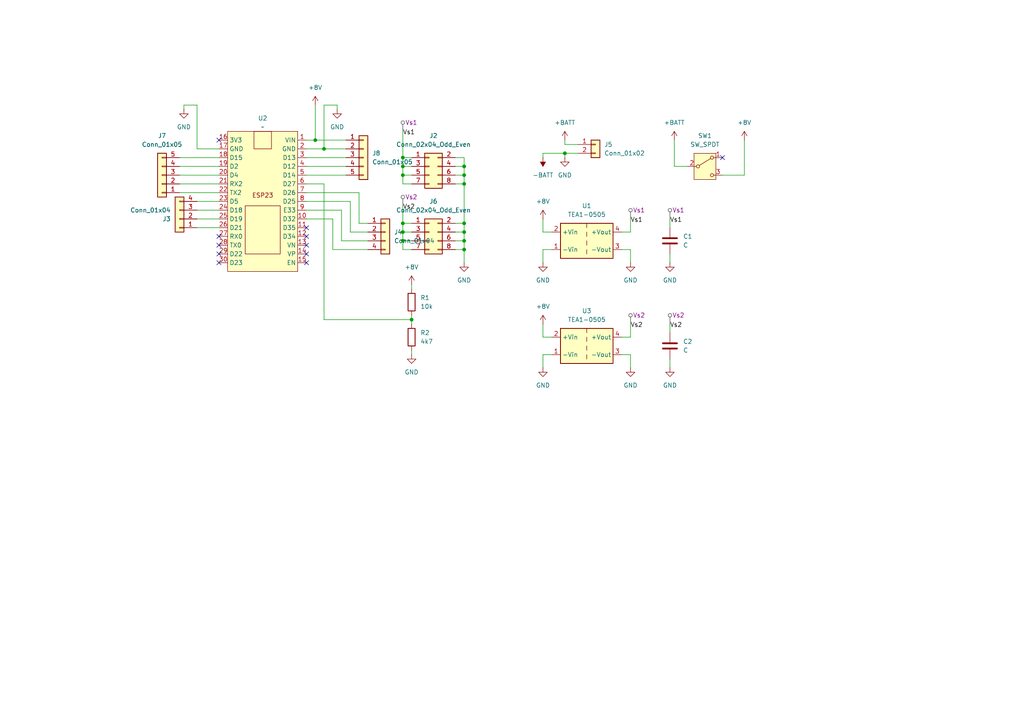
<source format=kicad_sch>
(kicad_sch (version 20250114) (generator "eeschema") (generator_version "9.0")
  (paper "A4")
  (lib_symbols
    (symbol "Connector_Generic:Conn_01x02" (pin_names (offset 1.016) (hide yes))
      (property "Reference" "J" (at 0 2.54 0))
      (property "Value" "Conn_01x02" (at 0 -5.08 0))
      (symbol "Conn_01x02_1_1"
        (rectangle (start -1.27 1.27) (end 1.27 -3.81) (stroke (width 0.254)) (fill (type background)))
        (rectangle (start -1.27 0.127) (end 0 -0.127) (stroke (width 0.1524)))
        (rectangle (start -1.27 -2.413) (end 0 -2.667) (stroke (width 0.1524)))
        (pin passive line (at -5.08 0 0) (length 3.81) (name "Pin_1") (number "1"))
        (pin passive line (at -5.08 -2.54 0) (length 3.81) (name "Pin_2") (number "2"))
      )
    )
    (symbol "Connector_Generic:Conn_01x04" (pin_names (offset 1.016) (hide yes))
      (property "Reference" "J" (at 0 5.08 0))
      (property "Value" "Conn_01x04" (at 0 -7.62 0))
      (symbol "Conn_01x04_1_1"
        (rectangle (start -1.27 3.81) (end 1.27 -6.35) (stroke (width 0.254)) (fill (type background)))
        (rectangle (start -1.27 2.667) (end 0 2.413) (stroke (width 0.1524)))
        (rectangle (start -1.27 0.127) (end 0 -0.127) (stroke (width 0.1524)))
        (rectangle (start -1.27 -2.413) (end 0 -2.667) (stroke (width 0.1524)))
        (rectangle (start -1.27 -4.953) (end 0 -5.207) (stroke (width 0.1524)))
        (pin passive line (at -5.08 2.54 0) (length 3.81) (name "Pin_1") (number "1"))
        (pin passive line (at -5.08 0 0) (length 3.81) (name "Pin_2") (number "2"))
        (pin passive line (at -5.08 -2.54 0) (length 3.81) (name "Pin_3") (number "3"))
        (pin passive line (at -5.08 -5.08 0) (length 3.81) (name "Pin_4") (number "4"))
      )
    )
    (symbol "Connector_Generic:Conn_01x05" (pin_names (offset 1.016) (hide yes))
      (property "Reference" "J" (at 0 7.62 0))
      (property "Value" "Conn_01x05" (at 0 -7.62 0))
      (symbol "Conn_01x05_1_1"
        (rectangle (start -1.27 6.35) (end 1.27 -6.35) (stroke (width 0.254)) (fill (type background)))
        (rectangle (start -1.27 5.207) (end 0 4.953) (stroke (width 0.1524)))
        (rectangle (start -1.27 2.667) (end 0 2.413) (stroke (width 0.1524)))
        (rectangle (start -1.27 0.127) (end 0 -0.127) (stroke (width 0.1524)))
        (rectangle (start -1.27 -2.413) (end 0 -2.667) (stroke (width 0.1524)))
        (rectangle (start -1.27 -4.953) (end 0 -5.207) (stroke (width 0.1524)))
        (pin passive line (at -5.08 5.08 0) (length 3.81) (name "Pin_1") (number "1"))
        (pin passive line (at -5.08 2.54 0) (length 3.81) (name "Pin_2") (number "2"))
        (pin passive line (at -5.08 0 0) (length 3.81) (name "Pin_3") (number "3"))
        (pin passive line (at -5.08 -2.54 0) (length 3.81) (name "Pin_4") (number "4"))
        (pin passive line (at -5.08 -5.08 0) (length 3.81) (name "Pin_5") (number "5"))
      )
    )
    (symbol "Connector_Generic:Conn_02x04_Odd_Even" (pin_names (offset 1.016) (hide yes))
      (property "Reference" "J" (at 1.27 5.08 0))
      (property "Value" "Conn_02x04_Odd_Even" (at 1.27 -7.62 0))
      (symbol "Conn_02x04_Odd_Even_1_1"
        (rectangle (start -1.27 3.81) (end 3.81 -6.35) (stroke (width 0.254)) (fill (type background)))
        (rectangle (start -1.27 2.667) (end 0 2.413) (stroke (width 0.1524)))
        (rectangle (start -1.27 0.127) (end 0 -0.127) (stroke (width 0.1524)))
        (rectangle (start -1.27 -2.413) (end 0 -2.667) (stroke (width 0.1524)))
        (rectangle (start -1.27 -4.953) (end 0 -5.207) (stroke (width 0.1524)))
        (rectangle (start 3.81 2.667) (end 2.54 2.413) (stroke (width 0.1524)))
        (rectangle (start 3.81 0.127) (end 2.54 -0.127) (stroke (width 0.1524)))
        (rectangle (start 3.81 -2.413) (end 2.54 -2.667) (stroke (width 0.1524)))
        (rectangle (start 3.81 -4.953) (end 2.54 -5.207) (stroke (width 0.1524)))
        (pin passive line (at -5.08 2.54 0) (length 3.81) (name "Pin_1") (number "1"))
        (pin passive line (at -5.08 0 0) (length 3.81) (name "Pin_3") (number "3"))
        (pin passive line (at -5.08 -2.54 0) (length 3.81) (name "Pin_5") (number "5"))
        (pin passive line (at -5.08 -5.08 0) (length 3.81) (name "Pin_7") (number "7"))
        (pin passive line (at 7.62 2.54 180) (length 3.81) (name "Pin_2") (number "2"))
        (pin passive line (at 7.62 0 180) (length 3.81) (name "Pin_4") (number "4"))
        (pin passive line (at 7.62 -2.54 180) (length 3.81) (name "Pin_6") (number "6"))
        (pin passive line (at 7.62 -5.08 180) (length 3.81) (name "Pin_8") (number "8"))
      )
    )
    (symbol "Converter_DCDC:TEA1-0505"
      (property "Reference" "U" (at -7.62 6.35 0))
      (property "Value" "TEA1-0505" (at -2.54 6.35 0))
      (symbol "TEA1-0505_0_0"
        (pin power_in line (at -10.16 2.54 0) (length 2.54) (name "+Vin") (number "2"))
        (pin power_in line (at -10.16 -2.54 0) (length 2.54) (name "-Vin") (number "1"))
        (pin power_out line (at 10.16 2.54 180) (length 2.54) (name "+Vout") (number "4"))
        (pin power_out line (at 10.16 -2.54 180) (length 2.54) (name "-Vout") (number "3"))
      )
      (symbol "TEA1-0505_0_1"
        (rectangle (start -7.62 5.08) (end 7.62 -5.08) (stroke (width 0.254)) (fill (type background)))
        (polyline (pts (xy 0 5.08) (xy 0 3.81)))
        (polyline (pts (xy 0 2.54) (xy 0 1.27)))
        (polyline (pts (xy 0 0) (xy 0 -1.27)))
        (polyline (pts (xy 0 -2.54) (xy 0 -3.81)))
      )
    )
    (symbol "Device:C" (pin_numbers (hide yes)) (pin_names (offset 0.254))
      (property "Reference" "C" (at 0.635 2.54 0))
      (property "Value" "C" (at 0.635 -2.54 0))
      (symbol "C_0_1"
        (polyline (pts (xy -2.032 0.762) (xy 2.032 0.762)) (stroke (width 0.508)))
        (polyline (pts (xy -2.032 -0.762) (xy 2.032 -0.762)) (stroke (width 0.508)))
      )
      (symbol "C_1_1"
        (pin passive line (at 0 3.81 270) (length 2.794) (name "~") (number "1"))
        (pin passive line (at 0 -3.81 90) (length 2.794) (name "~") (number "2"))
      )
    )
    (symbol "Device:R" (pin_numbers (hide yes)) (pin_names (offset 0))
      (property "Reference" "R" (at 2.032 0 90))
      (property "Value" "R" (at 0 0 90))
      (symbol "R_0_1"
        (rectangle (start -1.016 -2.54) (end 1.016 2.54) (stroke (width 0.254)))
      )
      (symbol "R_1_1"
        (pin passive line (at 0 3.81 270) (length 1.27) (name "~") (number "1"))
        (pin passive line (at 0 -3.81 90) (length 1.27) (name "~") (number "2"))
      )
    )
    (symbol "ESP32-30pin_1"
      (property "Reference" "U" (at 0 12.7 0))
      (symbol "ESP32-30pin_1_0_1"
        (rectangle (start -5.08 15.24) (end 5.08 1.27))
        (rectangle (start -2.54 -15.24) (end 2.54 -20.32))
      )
      (symbol "ESP32-30pin_1_1_1"
        (rectangle (start -10.16 20.32) (end 10.16 -20.32) (fill (type background)))
        (text "ESP23" (at 0 -1.778 0) (effects (font (size 1.27 1.27))))
        (pin bidirectional line (at -12.7 17.78 0) (length 2.54) (name "EN") (number "15"))
        (pin bidirectional line (at -12.7 15.24 0) (length 2.54) (name "VP") (number "14"))
        (pin bidirectional line (at -12.7 12.7 0) (length 2.54) (name "VN") (number "13"))
        (pin bidirectional line (at -12.7 10.16 0) (length 2.54) (name "D34") (number "12"))
        (pin bidirectional line (at -12.7 7.62 0) (length 2.54) (name "D35") (number "11"))
        (pin bidirectional line (at -12.7 5.08 0) (length 2.54) (name "D32") (number "10"))
        (pin bidirectional line (at -12.7 2.54 0) (length 2.54) (name "E33") (number "9"))
        (pin bidirectional line (at -12.7 0 0) (length 2.54) (name "D25") (number "8"))
        (pin bidirectional line (at -12.7 -2.54 0) (length 2.54) (name "D26") (number "7"))
        (pin bidirectional line (at -12.7 -5.08 0) (length 2.54) (name "D27") (number "6"))
        (pin bidirectional line (at -12.7 -7.62 0) (length 2.54) (name "D14") (number "5"))
        (pin bidirectional line (at -12.7 -10.16 0) (length 2.54) (name "D12") (number "4"))
        (pin bidirectional line (at -12.7 -12.7 0) (length 2.54) (name "D13") (number "3"))
        (pin bidirectional line (at -12.7 -15.24 0) (length 2.54) (name "GND") (number "2"))
        (pin bidirectional line (at -12.7 -17.78 0) (length 2.54) (name "VIN") (number "1"))
        (pin bidirectional line (at 12.7 17.78 180) (length 2.54) (name "D23") (number "30"))
        (pin bidirectional line (at 12.7 15.24 180) (length 2.54) (name "D22") (number "29"))
        (pin bidirectional line (at 12.7 12.7 180) (length 2.54) (name "TX0") (number "28"))
        (pin bidirectional line (at 12.7 10.16 180) (length 2.54) (name "RX0") (number "27"))
        (pin bidirectional line (at 12.7 7.62 180) (length 2.54) (name "D21") (number "26"))
        (pin bidirectional line (at 12.7 5.08 180) (length 2.54) (name "D19") (number "25"))
        (pin bidirectional line (at 12.7 2.54 180) (length 2.54) (name "D18") (number "24"))
        (pin bidirectional line (at 12.7 0 180) (length 2.54) (name "D5") (number "23"))
        (pin bidirectional line (at 12.7 -2.54 180) (length 2.54) (name "TX2") (number "22"))
        (pin bidirectional line (at 12.7 -5.08 180) (length 2.54) (name "RX2") (number "21"))
        (pin bidirectional line (at 12.7 -7.62 180) (length 2.54) (name "D4") (number "20"))
        (pin bidirectional line (at 12.7 -10.16 180) (length 2.54) (name "D2") (number "19"))
        (pin bidirectional line (at 12.7 -12.7 180) (length 2.54) (name "D15") (number "18"))
        (pin bidirectional line (at 12.7 -15.24 180) (length 2.54) (name "GND") (number "17"))
        (pin bidirectional line (at 12.7 -17.78 180) (length 2.54) (name "3V3") (number "16"))
      )
    )
    (symbol "Switch:SW_SPDT" (pin_names (offset 0) (hide yes))
      (property "Reference" "SW" (at 0 5.08 0))
      (property "Value" "SW_SPDT" (at 0 -5.08 0))
      (symbol "SW_SPDT_0_1"
        (circle (center -2.032 0) (radius 0.4572))
        (polyline (pts (xy -1.651 0.254) (xy 1.651 2.286)))
        (circle (center 2.032 2.54) (radius 0.4572))
        (circle (center 2.032 -2.54) (radius 0.4572))
      )
      (symbol "SW_SPDT_1_1"
        (rectangle (start -3.175 3.81) (end 3.175 -3.81) (fill (type background)))
        (pin passive line (at -5.08 0 0) (length 2.54) (name "B") (number "2"))
        (pin passive line (at 5.08 2.54 180) (length 2.54) (name "A") (number "1"))
        (pin passive line (at 5.08 -2.54 180) (length 2.54) (name "C") (number "3"))
      )
    )
    (symbol "power:+8V" (power) (pin_numbers (hide yes)) (pin_names (offset 0) (hide yes))
      (property "Value" "+8V" (at 0 3.556 0))
      (symbol "+8V_0_1"
        (polyline (pts (xy -0.762 1.27) (xy 0 2.54)))
        (polyline (pts (xy 0 2.54) (xy 0.762 1.27)))
        (polyline (pts (xy 0 0) (xy 0 2.54)))
      )
      (symbol "+8V_1_1"
        (pin power_in line (at 0 0 90) (length 0) (name "~") (number "1"))
      )
    )
    (symbol "power:+BATT" (power) (pin_numbers (hide yes)) (pin_names (offset 0) (hide yes))
      (property "Value" "+BATT" (at 0 3.556 0))
      (symbol "+BATT_0_1"
        (polyline (pts (xy -0.762 1.27) (xy 0 2.54)))
        (polyline (pts (xy 0 2.54) (xy 0.762 1.27)))
        (polyline (pts (xy 0 0) (xy 0 2.54)))
      )
      (symbol "+BATT_1_1"
        (pin power_in line (at 0 0 90) (length 0) (name "~") (number "1"))
      )
    )
    (symbol "power:-BATT" (power) (pin_numbers (hide yes)) (pin_names (offset 0) (hide yes))
      (property "Value" "-BATT" (at 0 3.556 0))
      (symbol "-BATT_0_1"
        (polyline (pts (xy 0 0) (xy 0 2.54)))
        (polyline (pts (xy 0.762 1.27) (xy -0.762 1.27) (xy 0 2.54) (xy 0.762 1.27)) (fill (type outline)))
      )
      (symbol "-BATT_1_1"
        (pin power_in line (at 0 0 90) (length 0) (name "~") (number "1"))
      )
    )
    (symbol "power:GND" (power) (pin_numbers (hide yes)) (pin_names (offset 0) (hide yes))
      (property "Value" "GND" (at 0 -3.81 0))
      (symbol "GND_0_1"
        (polyline (pts (xy 0 0) (xy 0 -1.27) (xy 1.27 -1.27) (xy 0 -2.54) (xy -1.27 -1.27) (xy 0 -1.27)))
      )
      (symbol "GND_1_1"
        (pin power_in line (at 0 0 270) (length 0) (name "~") (number "1"))
      )
    )
  )
  (junction (at 134.62 67.31))
  (junction (at 163.83 44.45))
  (junction (at 116.84 48.26))
  (junction (at 116.84 50.8))
  (junction (at 134.62 64.77))
  (junction (at 134.62 53.34))
  (junction (at 119.38 92.71))
  (junction (at 134.62 72.39))
  (junction (at 116.84 69.85))
  (junction (at 116.84 45.72))
  (junction (at 91.44 40.64))
  (junction (at 93.98 43.18))
  (junction (at 134.62 50.8))
  (junction (at 134.62 69.85))
  (junction (at 116.84 64.77))
  (junction (at 116.84 67.31))
  (junction (at 134.62 48.26))
  (no_connect (at 88.9 73.66))
  (no_connect (at 63.5 68.58))
  (no_connect (at 63.5 73.66))
  (no_connect (at 88.9 76.2))
  (no_connect (at 63.5 76.2))
  (no_connect (at 88.9 71.12))
  (no_connect (at 88.9 66.04))
  (no_connect (at 63.5 40.64))
  (no_connect (at 209.55 45.72))
  (no_connect (at 63.5 71.12))
  (no_connect (at 88.9 68.58))
  (wire (pts (xy 163.83 41.91) (xy 167.64 41.91)))
  (wire (pts (xy 160.02 67.31) (xy 157.48 67.31)))
  (wire (pts (xy 134.62 67.31) (xy 134.62 69.85)))
  (wire (pts (xy 132.08 48.26) (xy 134.62 48.26)))
  (wire (pts (xy 134.62 48.26) (xy 134.62 50.8)))
  (wire (pts (xy 195.58 40.64) (xy 195.58 48.26)))
  (wire (pts (xy 134.62 50.8) (xy 134.62 53.34)))
  (wire (pts (xy 53.34 31.75) (xy 53.34 30.48)))
  (wire (pts (xy 167.64 44.45) (xy 163.83 44.45)))
  (wire (pts (xy 132.08 64.77) (xy 134.62 64.77)))
  (wire (pts (xy 101.6 67.31) (xy 106.68 67.31)))
  (wire (pts (xy 119.38 91.44) (xy 119.38 92.71)))
  (wire (pts (xy 53.34 30.48) (xy 57.15 30.48)))
  (wire (pts (xy 88.9 53.34) (xy 93.98 53.34)))
  (wire (pts (xy 116.84 53.34) (xy 119.38 53.34)))
  (wire (pts (xy 88.9 55.88) (xy 104.14 55.88)))
  (wire (pts (xy 116.84 50.8) (xy 119.38 50.8)))
  (wire (pts (xy 116.84 50.8) (xy 116.84 48.26)))
  (wire (pts (xy 134.62 45.72) (xy 134.62 48.26)))
  (wire (pts (xy 57.15 60.96) (xy 63.5 60.96)))
  (wire (pts (xy 88.9 40.64) (xy 91.44 40.64)))
  (wire (pts (xy 134.62 69.85) (xy 134.62 72.39)))
  (wire (pts (xy 119.38 92.71) (xy 119.38 93.98)))
  (wire (pts (xy 182.88 67.31) (xy 180.34 67.31)))
  (wire (pts (xy 132.08 53.34) (xy 134.62 53.34)))
  (wire (pts (xy 116.84 72.39) (xy 116.84 69.85)))
  (wire (pts (xy 52.07 53.34) (xy 63.5 53.34)))
  (wire (pts (xy 116.84 45.72) (xy 119.38 45.72)))
  (wire (pts (xy 180.34 102.87) (xy 182.88 102.87)))
  (wire (pts (xy 97.79 30.48) (xy 97.79 31.75)))
  (wire (pts (xy 194.31 104.14) (xy 194.31 106.68)))
  (wire (pts (xy 52.07 55.88) (xy 63.5 55.88)))
  (wire (pts (xy 157.48 63.5) (xy 157.48 67.31)))
  (wire (pts (xy 163.83 40.64) (xy 163.83 41.91)))
  (wire (pts (xy 116.84 64.77) (xy 119.38 64.77)))
  (wire (pts (xy 132.08 67.31) (xy 134.62 67.31)))
  (wire (pts (xy 160.02 72.39) (xy 157.48 72.39)))
  (wire (pts (xy 104.14 55.88) (xy 104.14 64.77)))
  (wire (pts (xy 96.52 72.39) (xy 106.68 72.39)))
  (wire (pts (xy 116.84 59.69) (xy 116.84 64.77)))
  (wire (pts (xy 93.98 53.34) (xy 93.98 92.71)))
  (wire (pts (xy 195.58 48.26) (xy 199.39 48.26)))
  (wire (pts (xy 88.9 50.8) (xy 100.33 50.8)))
  (wire (pts (xy 96.52 63.5) (xy 88.9 63.5)))
  (wire (pts (xy 116.84 48.26) (xy 119.38 48.26)))
  (wire (pts (xy 157.48 102.87) (xy 157.48 106.68)))
  (wire (pts (xy 134.62 72.39) (xy 134.62 76.2)))
  (wire (pts (xy 180.34 72.39) (xy 182.88 72.39)))
  (wire (pts (xy 182.88 63.5) (xy 182.88 67.31)))
  (wire (pts (xy 132.08 69.85) (xy 134.62 69.85)))
  (wire (pts (xy 215.9 40.64) (xy 215.9 50.8)))
  (wire (pts (xy 134.62 64.77) (xy 134.62 67.31)))
  (wire (pts (xy 88.9 48.26) (xy 100.33 48.26)))
  (wire (pts (xy 99.06 69.85) (xy 106.68 69.85)))
  (wire (pts (xy 116.84 69.85) (xy 119.38 69.85)))
  (wire (pts (xy 157.48 45.72) (xy 157.48 44.45)))
  (wire (pts (xy 57.15 30.48) (xy 57.15 43.18)))
  (wire (pts (xy 119.38 82.55) (xy 119.38 83.82)))
  (wire (pts (xy 52.07 45.72) (xy 63.5 45.72)))
  (wire (pts (xy 157.48 72.39) (xy 157.48 76.2)))
  (wire (pts (xy 194.31 93.98) (xy 194.31 96.52)))
  (wire (pts (xy 101.6 58.42) (xy 101.6 67.31)))
  (wire (pts (xy 163.83 44.45) (xy 163.83 45.72)))
  (wire (pts (xy 160.02 102.87) (xy 157.48 102.87)))
  (wire (pts (xy 182.88 93.98) (xy 182.88 97.79)))
  (wire (pts (xy 57.15 66.04) (xy 63.5 66.04)))
  (wire (pts (xy 93.98 92.71) (xy 119.38 92.71)))
  (wire (pts (xy 93.98 30.48) (xy 93.98 43.18)))
  (wire (pts (xy 52.07 48.26) (xy 63.5 48.26)))
  (wire (pts (xy 91.44 40.64) (xy 100.33 40.64)))
  (wire (pts (xy 160.02 97.79) (xy 157.48 97.79)))
  (wire (pts (xy 91.44 30.48) (xy 91.44 40.64)))
  (wire (pts (xy 57.15 63.5) (xy 63.5 63.5)))
  (wire (pts (xy 182.88 97.79) (xy 180.34 97.79)))
  (wire (pts (xy 209.55 50.8) (xy 215.9 50.8)))
  (wire (pts (xy 99.06 60.96) (xy 99.06 69.85)))
  (wire (pts (xy 134.62 53.34) (xy 134.62 64.77)))
  (wire (pts (xy 116.84 67.31) (xy 119.38 67.31)))
  (wire (pts (xy 182.88 72.39) (xy 182.88 76.2)))
  (wire (pts (xy 88.9 58.42) (xy 101.6 58.42)))
  (wire (pts (xy 157.48 93.98) (xy 157.48 97.79)))
  (wire (pts (xy 104.14 64.77) (xy 106.68 64.77)))
  (wire (pts (xy 93.98 30.48) (xy 97.79 30.48)))
  (wire (pts (xy 88.9 60.96) (xy 99.06 60.96)))
  (wire (pts (xy 52.07 50.8) (xy 63.5 50.8)))
  (wire (pts (xy 182.88 102.87) (xy 182.88 106.68)))
  (wire (pts (xy 88.9 45.72) (xy 100.33 45.72)))
  (wire (pts (xy 132.08 72.39) (xy 134.62 72.39)))
  (wire (pts (xy 116.84 48.26) (xy 116.84 45.72)))
  (wire (pts (xy 132.08 45.72) (xy 134.62 45.72)))
  (wire (pts (xy 88.9 43.18) (xy 93.98 43.18)))
  (wire (pts (xy 116.84 69.85) (xy 116.84 67.31)))
  (wire (pts (xy 57.15 58.42) (xy 63.5 58.42)))
  (wire (pts (xy 119.38 72.39) (xy 116.84 72.39)))
  (wire (pts (xy 194.31 73.66) (xy 194.31 76.2)))
  (wire (pts (xy 116.84 38.1) (xy 116.84 45.72)))
  (wire (pts (xy 57.15 43.18) (xy 63.5 43.18)))
  (wire (pts (xy 96.52 63.5) (xy 96.52 72.39)))
  (wire (pts (xy 116.84 67.31) (xy 116.84 64.77)))
  (wire (pts (xy 132.08 50.8) (xy 134.62 50.8)))
  (wire (pts (xy 119.38 101.6) (xy 119.38 102.87)))
  (wire (pts (xy 116.84 53.34) (xy 116.84 50.8)))
  (wire (pts (xy 157.48 44.45) (xy 163.83 44.45)))
  (wire (pts (xy 194.31 63.5) (xy 194.31 66.04)))
  (wire (pts (xy 93.98 43.18) (xy 100.33 43.18)))
  (label "Vs2" (at 116.84 60.96 0))
  (label "Vs1" (at 194.31 64.77 0))
  (label "Vs1" (at 116.84 39.37 0))
  (label "Vs2" (at 194.31 95.25 0))
  (label "Vs1" (at 182.88 64.77 0))
  (label "Vs2" (at 182.88 95.25 0))
  (netclass_flag "" (length 2.54) (shape round) (at 116.84 59.69 0) (property "Netclass" "Vs2" (at 117.5385 57.15 0) (effects (justify left))))
  (netclass_flag "" (length 2.54) (shape round) (at 116.84 38.1 0) (property "Netclass" "Vs1" (at 117.5385 35.56 0) (effects (justify left))))
  (netclass_flag "" (length 2.54) (shape round) (at 194.31 63.5 0) (property "Netclass" "Vs1" (at 195.0085 60.96 0) (effects (justify left))))
  (netclass_flag "" (length 2.54) (shape round) (at 182.88 93.98 0) (property "Netclass" "Vs2" (at 183.5785 91.44 0) (effects (justify left))))
  (netclass_flag "" (length 2.54) (shape round) (at 182.88 63.5 0) (property "Netclass" "Vs1" (at 183.5785 60.96 0) (effects (justify left))))
  (netclass_flag "" (length 2.54) (shape round) (at 194.31 93.98 0) (property "Netclass" "Vs2" (at 195.0085 91.44 0) (effects (justify left))))
  (symbol (lib_id "Connector_Generic:Conn_02x04_Odd_Even") (at 124.46 67.31 0) (unit 1)
    (property "Reference" "J6" (at 125.73 58.42 0))
    (property "Value" "Conn_02x04_Odd_Even" (at 125.73 60.96 0))
    (property "Footprint" "Connector_PinHeader_2.54mm:PinHeader_2x04_P2.54mm_Vertical" (effects (hide yes)))
    (property "Description" "Generic connector, double row, 02x04, odd/even pin numbering scheme (row 1 odd numbers, row 2 even numbers), script generated (kicad-library-utils/schlib/autogen/connector/)" (effects (hide yes)))
  )
  (symbol (lib_id "Device:C") (at 194.31 100.33 0) (unit 1)
    (property "Reference" "C2" (at 198.12 99.0599 0) (effects (justify left)))
    (property "Value" "C" (at 198.12 101.5999 0) (effects (justify left)))
    (property "Footprint" "Capacitor_THT:CP_Radial_D5.0mm_P2.50mm" (effects (hide yes)))
    (property "Description" "Unpolarized capacitor" (effects (hide yes)))
  )
  (symbol (lib_id "power:GND") (at 97.79 31.75 0) (unit 1)
    (property "Reference" "#PWR03" (effects (hide yes)))
    (property "Value" "GND" (at 97.79 36.83 0))
    (property "Description" "Power symbol creates a global label with name \"GND\" , ground" (effects (hide yes)))
  )
  (symbol (lib_id "power:GND") (at 182.88 76.2 0) (unit 1)
    (property "Reference" "#PWR09" (effects (hide yes)))
    (property "Value" "GND" (at 182.88 81.28 0))
    (property "Description" "Power symbol creates a global label with name \"GND\" , ground" (effects (hide yes)))
  )
  (symbol (lib_id "power:+8V") (at 157.48 63.5 0) (unit 1)
    (property "Reference" "#PWR011" (effects (hide yes)))
    (property "Value" "+8V" (at 157.48 58.42 0))
    (property "Description" "Power symbol creates a global label with name \"+8V\"" (effects (hide yes)))
  )
  (symbol (lib_id "Connector_Generic:Conn_01x04") (at 52.07 63.5 180) (unit 1)
    (property "Reference" "J3" (at 49.53 63.5001 0) (effects (justify left)))
    (property "Value" "Conn_01x04" (at 49.53 60.9601 0) (effects (justify left)))
    (property "Footprint" "Connector_PinHeader_2.54mm:PinHeader_1x04_P2.54mm_Vertical" (effects (hide yes)))
    (property "Description" "Generic connector, single row, 01x04, script generated (kicad-library-utils/schlib/autogen/connector/)" (effects (hide yes)))
  )
  (symbol (lib_id "Device:C") (at 194.31 69.85 0) (unit 1)
    (property "Reference" "C1" (at 198.12 68.5799 0) (effects (justify left)))
    (property "Value" "C" (at 198.12 71.1199 0) (effects (justify left)))
    (property "Footprint" "Capacitor_THT:CP_Radial_D5.0mm_P2.50mm" (effects (hide yes)))
    (property "Description" "Unpolarized capacitor" (effects (hide yes)))
  )
  (symbol (lib_id "Converter_DCDC:TEA1-0505") (at 170.18 69.85 0) (unit 1)
    (property "Reference" "U1" (at 170.18 59.69 0))
    (property "Value" "TEA1-0505" (at 170.18 62.23 0))
    (property "Footprint" "kame32:dcdc" (effects (hide yes)))
    (property "Datasheet" "https://www.tracopower.com/products/tea1.pdf" (effects (hide yes)))
    (property "Description" "1W DC/DC converter unregulated, 4.5-5.5V input, 5V output voltage, 200mA output, 1.5kVDC isolation, SIP-4" (effects (hide yes)))
  )
  (symbol (lib_id "power:+8V") (at 215.9 40.64 0) (unit 1)
    (property "Reference" "#PWR010" (effects (hide yes)))
    (property "Value" "+8V" (at 215.9 35.56 0))
    (property "Description" "Power symbol creates a global label with name \"+8V\"" (effects (hide yes)))
  )
  (symbol (lib_id "power:+8V") (at 119.38 82.55 0) (unit 1)
    (property "Reference" "#PWR018" (effects (hide yes)))
    (property "Value" "+8V" (at 119.38 77.47 0))
    (property "Description" "Power symbol creates a global label with name \"+8V\"" (effects (hide yes)))
  )
  (symbol (lib_id "power:+8V") (at 157.48 93.98 0) (unit 1)
    (property "Reference" "#PWR019" (effects (hide yes)))
    (property "Value" "+8V" (at 157.48 88.9 0))
    (property "Description" "Power symbol creates a global label with name \"+8V\"" (effects (hide yes)))
  )
  (symbol (lib_id "Switch:SW_SPDT") (at 204.47 48.26 0) (unit 1)
    (property "Reference" "SW1" (at 204.47 39.37 0))
    (property "Value" "SW_SPDT" (at 204.47 41.91 0))
    (property "Footprint" "Button_Switch_THT:SW_XKB_DM1-16UP-1" (effects (hide yes)))
    (property "Description" "Switch, single pole double throw" (effects (hide yes)))
  )
  (symbol (lib_id "power:GND") (at 119.38 102.87 0) (unit 1)
    (property "Reference" "#PWR017" (effects (hide yes)))
    (property "Value" "GND" (at 119.38 107.95 0))
    (property "Description" "Power symbol creates a global label with name \"GND\" , ground" (effects (hide yes)))
  )
  (symbol (lib_name "ESP32-30pin_1") (lib_id "kame32:ESP32-30pin") (at 76.2 58.42 180) (unit 1)
    (property "Reference" "U2" (at 76.2 34.29 0))
    (property "Value" "~" (at 76.2 36.83 0))
    (property "Footprint" "Connector_PinHeader_2.54mm:PinHeader_1x30_P2.54mm_Vertical" (effects (hide yes)))
  )
  (symbol (lib_id "Connector_Generic:Conn_01x05") (at 105.41 45.72 0) (unit 1)
    (property "Reference" "J8" (at 107.95 44.4499 0) (effects (justify left)))
    (property "Value" "Conn_01x05" (at 107.95 46.9899 0) (effects (justify left)))
    (property "Footprint" "Connector_PinHeader_2.54mm:PinHeader_1x05_P2.54mm_Vertical" (effects (hide yes)))
    (property "Description" "Generic connector, single row, 01x05, script generated (kicad-library-utils/schlib/autogen/connector/)" (effects (hide yes)))
  )
  (symbol (lib_id "Converter_DCDC:TEA1-0505") (at 170.18 100.33 0) (unit 1)
    (property "Reference" "U3" (at 170.18 90.17 0))
    (property "Value" "TEA1-0505" (at 170.18 92.71 0))
    (property "Footprint" "kame32:dcdc" (effects (hide yes)))
    (property "Datasheet" "https://www.tracopower.com/products/tea1.pdf" (effects (hide yes)))
    (property "Description" "1W DC/DC converter unregulated, 4.5-5.5V input, 5V output voltage, 200mA output, 1.5kVDC isolation, SIP-4" (effects (hide yes)))
  )
  (symbol (lib_id "power:GND") (at 194.31 106.68 0) (unit 1)
    (property "Reference" "#PWR021" (effects (hide yes)))
    (property "Value" "GND" (at 194.31 111.76 0))
    (property "Description" "Power symbol creates a global label with name \"GND\" , ground" (effects (hide yes)))
  )
  (symbol (lib_id "power:GND") (at 182.88 106.68 0) (unit 1)
    (property "Reference" "#PWR022" (effects (hide yes)))
    (property "Value" "GND" (at 182.88 111.76 0))
    (property "Description" "Power symbol creates a global label with name \"GND\" , ground" (effects (hide yes)))
  )
  (symbol (lib_id "Connector_Generic:Conn_01x05") (at 46.99 50.8 180) (unit 1)
    (property "Reference" "J7" (at 46.99 39.37 0))
    (property "Value" "Conn_01x05" (at 46.99 41.91 0))
    (property "Footprint" "Connector_PinHeader_2.54mm:PinHeader_1x05_P2.54mm_Vertical" (effects (hide yes)))
    (property "Description" "Generic connector, single row, 01x05, script generated (kicad-library-utils/schlib/autogen/connector/)" (effects (hide yes)))
  )
  (symbol (lib_id "Connector_Generic:Conn_02x04_Odd_Even") (at 124.46 48.26 0) (unit 1)
    (property "Reference" "J2" (at 125.73 39.37 0))
    (property "Value" "Conn_02x04_Odd_Even" (at 125.73 41.91 0))
    (property "Footprint" "Connector_PinHeader_2.54mm:PinHeader_2x04_P2.54mm_Vertical" (effects (hide yes)))
    (property "Description" "Generic connector, double row, 02x04, odd/even pin numbering scheme (row 1 odd numbers, row 2 even numbers), script generated (kicad-library-utils/schlib/autogen/connector/)" (effects (hide yes)))
  )
  (symbol (lib_id "power:GND") (at 53.34 31.75 0) (unit 1)
    (property "Reference" "#PWR014" (effects (hide yes)))
    (property "Value" "GND" (at 53.34 36.83 0))
    (property "Description" "Power symbol creates a global label with name \"GND\" , ground" (effects (hide yes)))
  )
  (symbol (lib_id "Connector_Generic:Conn_01x02") (at 172.72 41.91 0) (unit 1)
    (property "Reference" "J5" (at 175.26 41.9099 0) (effects (justify left)))
    (property "Value" "Conn_01x02" (at 175.26 44.4499 0) (effects (justify left)))
    (property "Footprint" "Connector_PinHeader_2.54mm:PinHeader_1x02_P2.54mm_Vertical" (effects (hide yes)))
    (property "Description" "Generic connector, single row, 01x02, script generated (kicad-library-utils/schlib/autogen/connector/)" (effects (hide yes)))
  )
  (symbol (lib_id "Device:R") (at 119.38 87.63 0) (unit 1)
    (property "Reference" "R1" (at 121.92 86.3599 0) (effects (justify left)))
    (property "Value" "10k" (at 121.92 88.8999 0) (effects (justify left)))
    (property "Footprint" "Resistor_THT:R_Axial_DIN0204_L3.6mm_D1.6mm_P7.62mm_Horizontal" (effects (hide yes)))
    (property "Description" "Resistor" (effects (hide yes)))
  )
  (symbol (lib_id "Connector_Generic:Conn_01x04") (at 111.76 67.31 0) (unit 1)
    (property "Reference" "J4" (at 114.3 67.3099 0) (effects (justify left)))
    (property "Value" "Conn_01x04" (at 114.3 69.8499 0) (effects (justify left)))
    (property "Footprint" "Connector_PinHeader_2.54mm:PinHeader_1x04_P2.54mm_Vertical" (effects (hide yes)))
    (property "Description" "Generic connector, single row, 01x04, script generated (kicad-library-utils/schlib/autogen/connector/)" (effects (hide yes)))
  )
  (symbol (lib_id "Device:R") (at 119.38 97.79 0) (unit 1)
    (property "Reference" "R2" (at 121.92 96.5199 0) (effects (justify left)))
    (property "Value" "4k7" (at 121.92 99.0599 0) (effects (justify left)))
    (property "Footprint" "Resistor_THT:R_Axial_DIN0204_L3.6mm_D1.6mm_P7.62mm_Horizontal" (effects (hide yes)))
    (property "Description" "Resistor" (effects (hide yes)))
  )
  (symbol (lib_id "power:-BATT") (at 157.48 45.72 180) (unit 1)
    (property "Reference" "#PWR05" (effects (hide yes)))
    (property "Value" "-BATT" (at 157.48 50.8 0))
    (property "Description" "Power symbol creates a global label with name \"-BATT\"" (effects (hide yes)))
  )
  (symbol (lib_id "power:GND") (at 194.31 76.2 0) (unit 1)
    (property "Reference" "#PWR016" (effects (hide yes)))
    (property "Value" "GND" (at 194.31 81.28 0))
    (property "Description" "Power symbol creates a global label with name \"GND\" , ground" (effects (hide yes)))
  )
  (symbol (lib_id "power:+BATT") (at 195.58 40.64 0) (unit 1)
    (property "Reference" "#PWR06" (effects (hide yes)))
    (property "Value" "+BATT" (at 195.58 35.56 0))
    (property "Description" "Power symbol creates a global label with name \"+BATT\"" (effects (hide yes)))
  )
  (symbol (lib_id "power:+8V") (at 91.44 30.48 0) (unit 1)
    (property "Reference" "#PWR013" (effects (hide yes)))
    (property "Value" "+8V" (at 91.44 25.4 0))
    (property "Description" "Power symbol creates a global label with name \"+8V\"" (effects (hide yes)))
  )
  (symbol (lib_id "power:GND") (at 163.83 45.72 0) (unit 1)
    (property "Reference" "#PWR07" (effects (hide yes)))
    (property "Value" "GND" (at 163.83 50.8 0))
    (property "Description" "Power symbol creates a global label with name \"GND\" , ground" (effects (hide yes)))
  )
  (symbol (lib_id "power:GND") (at 157.48 76.2 0) (unit 1)
    (property "Reference" "#PWR08" (effects (hide yes)))
    (property "Value" "GND" (at 157.48 81.28 0))
    (property "Description" "Power symbol creates a global label with name \"GND\" , ground" (effects (hide yes)))
  )
  (symbol (lib_id "power:GND") (at 157.48 106.68 0) (unit 1)
    (property "Reference" "#PWR020" (effects (hide yes)))
    (property "Value" "GND" (at 157.48 111.76 0))
    (property "Description" "Power symbol creates a global label with name \"GND\" , ground" (effects (hide yes)))
  )
  (symbol (lib_id "power:+BATT") (at 163.83 40.64 0) (unit 1)
    (property "Reference" "#PWR04" (effects (hide yes)))
    (property "Value" "+BATT" (at 163.83 35.56 0))
    (property "Description" "Power symbol creates a global label with name \"+BATT\"" (effects (hide yes)))
  )
  (symbol (lib_id "power:GND") (at 134.62 76.2 0) (unit 1)
    (property "Reference" "#PWR01" (effects (hide yes)))
    (property "Value" "GND" (at 134.62 81.28 0))
    (property "Description" "Power symbol creates a global label with name \"GND\" , ground" (effects (hide yes)))
  )
)
</source>
